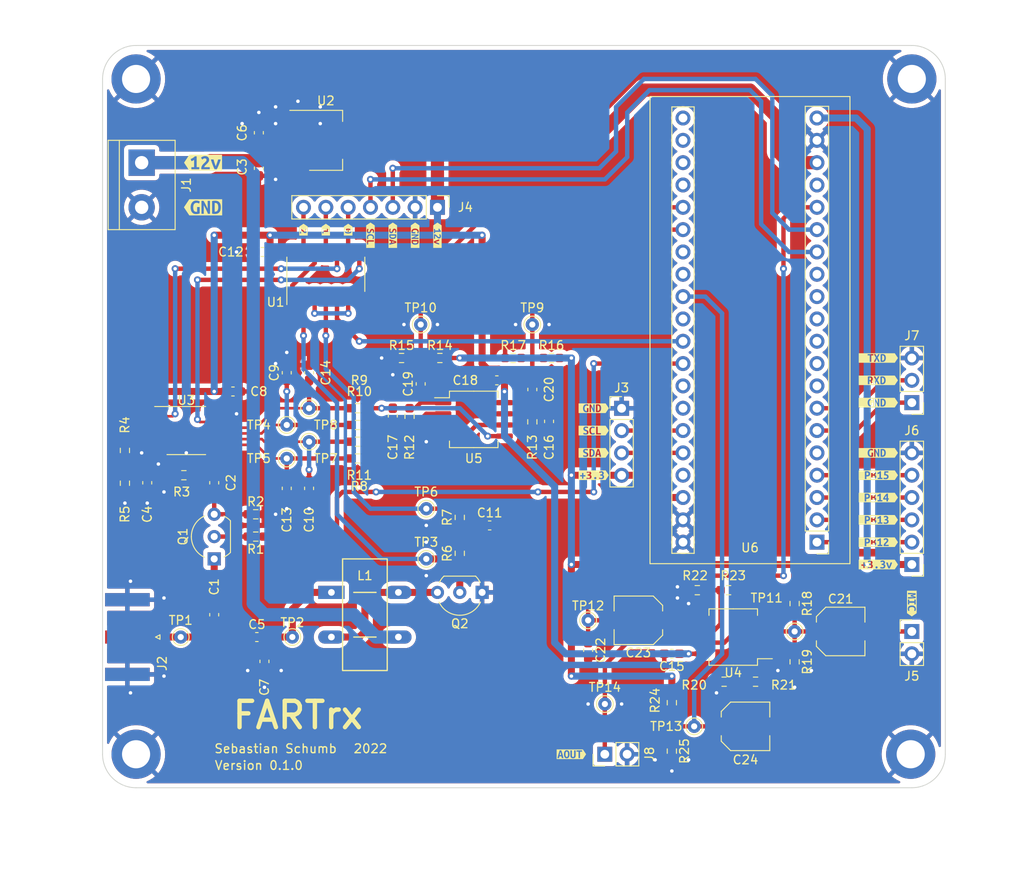
<source format=kicad_pcb>
(kicad_pcb (version 20211014) (generator pcbnew)

  (general
    (thickness 1.6)
  )

  (paper "A4")
  (title_block
    (comment 4 "AISLER Project ID: TRKRFPJH")
  )

  (layers
    (0 "F.Cu" signal)
    (31 "B.Cu" signal)
    (32 "B.Adhes" user "B.Adhesive")
    (33 "F.Adhes" user "F.Adhesive")
    (34 "B.Paste" user)
    (35 "F.Paste" user)
    (36 "B.SilkS" user "B.Silkscreen")
    (37 "F.SilkS" user "F.Silkscreen")
    (38 "B.Mask" user)
    (39 "F.Mask" user)
    (40 "Dwgs.User" user "User.Drawings")
    (41 "Cmts.User" user "User.Comments")
    (42 "Eco1.User" user "User.Eco1")
    (43 "Eco2.User" user "User.Eco2")
    (44 "Edge.Cuts" user)
    (45 "Margin" user)
    (46 "B.CrtYd" user "B.Courtyard")
    (47 "F.CrtYd" user "F.Courtyard")
    (48 "B.Fab" user)
    (49 "F.Fab" user)
    (50 "User.1" user)
    (51 "User.2" user)
    (52 "User.3" user)
    (53 "User.4" user)
    (54 "User.5" user)
    (55 "User.6" user)
    (56 "User.7" user)
    (57 "User.8" user)
    (58 "User.9" user)
  )

  (setup
    (stackup
      (layer "F.SilkS" (type "Top Silk Screen"))
      (layer "F.Paste" (type "Top Solder Paste"))
      (layer "F.Mask" (type "Top Solder Mask") (thickness 0.01))
      (layer "F.Cu" (type "copper") (thickness 0.035))
      (layer "dielectric 1" (type "core") (thickness 1.51) (material "FR4") (epsilon_r 4.5) (loss_tangent 0.02))
      (layer "B.Cu" (type "copper") (thickness 0.035))
      (layer "B.Mask" (type "Bottom Solder Mask") (thickness 0.01))
      (layer "B.Paste" (type "Bottom Solder Paste"))
      (layer "B.SilkS" (type "Bottom Silk Screen"))
      (copper_finish "None")
      (dielectric_constraints no)
    )
    (pad_to_mask_clearance 0)
    (pcbplotparams
      (layerselection 0x00010fc_ffffffff)
      (disableapertmacros false)
      (usegerberextensions false)
      (usegerberattributes true)
      (usegerberadvancedattributes true)
      (creategerberjobfile true)
      (svguseinch false)
      (svgprecision 6)
      (excludeedgelayer true)
      (plotframeref false)
      (viasonmask false)
      (mode 1)
      (useauxorigin false)
      (hpglpennumber 1)
      (hpglpenspeed 20)
      (hpglpendiameter 15.000000)
      (dxfpolygonmode true)
      (dxfimperialunits true)
      (dxfusepcbnewfont true)
      (psnegative false)
      (psa4output false)
      (plotreference true)
      (plotvalue true)
      (plotinvisibletext false)
      (sketchpadsonfab false)
      (subtractmaskfromsilk false)
      (outputformat 1)
      (mirror false)
      (drillshape 1)
      (scaleselection 1)
      (outputdirectory "")
    )
  )

  (net 0 "")
  (net 1 "Net-(C1-Pad2)")
  (net 2 "Net-(Q1-Pad2)")
  (net 3 "Net-(C2-Pad1)")
  (net 4 "GND")
  (net 5 "Net-(Q2-Pad2)")
  (net 6 "Net-(L1-Pad2)")
  (net 7 "RF")
  (net 8 "Net-(C5-Pad2)")
  (net 9 "Net-(C9-Pad1)")
  (net 10 "Net-(C13-Pad1)")
  (net 11 "Net-(R7-Pad2)")
  (net 12 "Net-(C10-Pad1)")
  (net 13 "Net-(C14-Pad1)")
  (net 14 "ADC_Q")
  (net 15 "ADC_I")
  (net 16 "Net-(C21-Pad1)")
  (net 17 "A_OUT")
  (net 18 "ADC_MIC")
  (net 19 "Net-(J8-Pad1)")
  (net 20 "CLK0")
  (net 21 "Net-(U1-Pad8)")
  (net 22 "CLK1")
  (net 23 "Net-(U1-Pad10)")
  (net 24 "BIAS_PWM")
  (net 25 "+5V")
  (net 26 "+12V")
  (net 27 "unconnected-(U3-Pad3)")
  (net 28 "unconnected-(U3-Pad4)")
  (net 29 "unconnected-(U3-Pad5)")
  (net 30 "unconnected-(U3-Pad6)")
  (net 31 "unconnected-(U3-Pad7)")
  (net 32 "Net-(C2-Pad2)")
  (net 33 "Net-(C24-Pad2)")
  (net 34 "Net-(R20-Pad1)")
  (net 35 "Net-(C23-Pad1)")
  (net 36 "Net-(R22-Pad1)")
  (net 37 "Net-(C17-Pad2)")
  (net 38 "Net-(R11-Pad2)")
  (net 39 "Net-(C17-Pad1)")
  (net 40 "SDA_PLL")
  (net 41 "SCL_PLL")
  (net 42 "RX_EN")
  (net 43 "unconnected-(U6-Pad11)")
  (net 44 "unconnected-(U6-Pad12)")
  (net 45 "SDA_DISP")
  (net 46 "SCL_DISP")
  (net 47 "unconnected-(U6-Pad21)")
  (net 48 "unconnected-(U6-Pad22)")
  (net 49 "unconnected-(U6-Pad30)")
  (net 50 "+3.3V")
  (net 51 "unconnected-(U6-Pad37)")
  (net 52 "Net-(J6-Pad3)")
  (net 53 "Net-(C16-Pad1)")
  (net 54 "Net-(R9-Pad2)")
  (net 55 "Net-(C16-Pad2)")
  (net 56 "Net-(C4-Pad1)")
  (net 57 "Net-(C11-Pad1)")
  (net 58 "Net-(C21-Pad2)")
  (net 59 "CLK2")
  (net 60 "Net-(J6-Pad2)")
  (net 61 "Net-(J6-Pad4)")
  (net 62 "Net-(J6-Pad5)")
  (net 63 "unconnected-(U6-Pad5)")
  (net 64 "unconnected-(U6-Pad34)")
  (net 65 "unconnected-(U6-Pad33)")
  (net 66 "unconnected-(U6-Pad8)")
  (net 67 "unconnected-(U6-Pad13)")
  (net 68 "unconnected-(U6-Pad9)")
  (net 69 "unconnected-(U6-Pad10)")
  (net 70 "unconnected-(U6-Pad28)")
  (net 71 "unconnected-(U6-Pad27)")
  (net 72 "unconnected-(U6-Pad24)")
  (net 73 "unconnected-(U6-Pad17)")
  (net 74 "unconnected-(U6-Pad23)")
  (net 75 "Net-(U1-Pad1)")
  (net 76 "Net-(U1-Pad3)")
  (net 77 "Net-(J7-Pad1)")
  (net 78 "Net-(J7-Pad2)")

  (footprint "MountingHole:MountingHole_3.2mm_M3_DIN965_Pad_TopBottom" (layer "F.Cu") (at 54.61 131.445))

  (footprint "Capacitor_SMD:C_0603_1608Metric_Pad1.08x0.95mm_HandSolder" (layer "F.Cu") (at 63.5 115.57 90))

  (footprint "TestPoint:TestPoint_THTPad_D1.5mm_Drill0.7mm" (layer "F.Cu") (at 118.11 128.27))

  (footprint "TestPoint:TestPoint_THTPad_D1.5mm_Drill0.7mm" (layer "F.Cu") (at 129.54 117.475))

  (footprint "Resistor_SMD:R_0603_1608Metric_Pad0.98x0.95mm_HandSolder" (layer "F.Cu") (at 79.815 92.075))

  (footprint "Capacitor_SMD:C_0603_1608Metric_Pad1.08x0.95mm_HandSolder" (layer "F.Cu") (at 69.215 120.8775 -90))

  (footprint "Resistor_SMD:R_0603_1608Metric_Pad0.98x0.95mm_HandSolder" (layer "F.Cu") (at 85.725 92.9875 90))

  (footprint "Resistor_SMD:R_0603_1608Metric_Pad0.98x0.95mm_HandSolder" (layer "F.Cu") (at 101.8775 86.36))

  (footprint "kibuzzard-63972C1C" (layer "F.Cu") (at 139.065 99.695))

  (footprint "Resistor_SMD:R_0603_1608Metric_Pad0.98x0.95mm_HandSolder" (layer "F.Cu") (at 129.54 114.3 -90))

  (footprint "Connector_PinHeader_2.54mm:PinHeader_1x07_P2.54mm_Vertical" (layer "F.Cu") (at 88.9 69.215 -90))

  (footprint "kibuzzard-63972ADE" (layer "F.Cu") (at 104.14 131.445))

  (footprint "kibuzzard-639729AB" (layer "F.Cu") (at 73.66 71.755 -90))

  (footprint "Resistor_SMD:R_0603_1608Metric_Pad0.98x0.95mm_HandSolder" (layer "F.Cu") (at 68.2225 104.14))

  (footprint "Package_SO:SO-8_5.3x6.2mm_P1.27mm" (layer "F.Cu") (at 93.0275 93.345))

  (footprint "Connector_Coaxial:SMA_Amphenol_132289_EdgeMount" (layer "F.Cu") (at 53.6225 118.11 180))

  (footprint "TestPoint:TestPoint_THTPad_D1.5mm_Drill0.7mm" (layer "F.Cu") (at 74.295 95.885))

  (footprint "Capacitor_SMD:C_0603_1608Metric_Pad1.08x0.95mm_HandSolder" (layer "F.Cu") (at 115.57 120.015 180))

  (footprint "MountingHole:MountingHole_3.2mm_M3_DIN965_Pad_TopBottom" (layer "F.Cu") (at 54.61 54.61))

  (footprint "kibuzzard-63972BCB" (layer "F.Cu") (at 139.065 97.155))

  (footprint "TestPoint:TestPoint_THTPad_D1.5mm_Drill0.7mm" (layer "F.Cu") (at 59.69 118.11))

  (footprint "kibuzzard-63972A34" (layer "F.Cu") (at 106.68 99.695))

  (footprint "kibuzzard-63972897" (layer "F.Cu") (at 62.23 64.135))

  (footprint "Capacitor_SMD:C_0603_1608Metric_Pad1.08x0.95mm_HandSolder" (layer "F.Cu") (at 74.295 88.0375 90))

  (footprint "Package_TO_SOT_THT:TO-92_Inline_Wide" (layer "F.Cu") (at 93.98 113.03 180))

  (footprint "Resistor_SMD:R_0603_1608Metric_Pad0.98x0.95mm_HandSolder" (layer "F.Cu") (at 53.34 100.6075 -90))

  (footprint "Capacitor_SMD:C_0603_1608Metric_Pad1.08x0.95mm_HandSolder" (layer "F.Cu") (at 68.58 64.77 -90))

  (footprint "Package_TO_SOT_THT:TO-92_Inline_Wide" (layer "F.Cu") (at 63.5 109.22 90))

  (footprint "Resistor_SMD:R_0603_1608Metric_Pad0.98x0.95mm_HandSolder" (layer "F.Cu") (at 79.815 97.79))

  (footprint "TestPoint:TestPoint_THTPad_D1.5mm_Drill0.7mm" (layer "F.Cu") (at 74.295 92.075))

  (footprint "Connector_PinHeader_2.54mm:PinHeader_1x06_P2.54mm_Vertical" (layer "F.Cu") (at 142.875 109.855 180))

  (footprint "kibuzzard-63972C14" (layer "F.Cu") (at 139.065 102.235))

  (footprint "TestPoint:TestPoint_THTPad_D1.5mm_Drill0.7mm" (layer "F.Cu") (at 87.63 103.505))

  (footprint "Connector_PinHeader_2.54mm:PinHeader_1x03_P2.54mm_Vertical" (layer "F.Cu") (at 142.875 91.44 180))

  (footprint "TestPoint:TestPoint_THTPad_D1.5mm_Drill0.7mm" (layer "F.Cu") (at 107.95 125.73))

  (footprint "kibuzzard-63972A59" (layer "F.Cu") (at 106.68 92.075))

  (footprint "Resistor_SMD:R_0603_1608Metric_Pad0.98x0.95mm_HandSolder" (layer "F.Cu") (at 115.57 131.0875 -90))

  (footprint "Capacitor_SMD:C_0603_1608Metric_Pad1.08x0.95mm_HandSolder" (layer "F.Cu") (at 63.5 100.5575 90))

  (footprint "Capacitor_SMD:C_0603_1608Metric_Pad1.08x0.95mm_HandSolder" (layer "F.Cu") (at 99.695 89.9425 90))

  (footprint "Resistor_SMD:R_0603_1608Metric_Pad0.98x0.95mm_HandSolder" (layer "F.Cu") (at 84.8125 86.36))

  (footprint "Resistor_SMD:R_0603_1608Metric_Pad0.98x0.95mm_HandSolder" (layer "F.Cu") (at 121.5155 123.19 180))

  (footprint "TestPoint:TestPoint_THTPad_D1.5mm_Drill0.7mm" (layer "F.Cu") (at 72.39 118.11))

  (footprint "TestPoint:TestPoint_THTPad_D1.5mm_Drill0.7mm" (layer "F.Cu") (at 86.995 82.55))

  (footprint "Resistor_SMD:R_0603_1608Metric_Pad0.98x0.95mm_HandSolder" (layer "F.Cu") (at 79.815 93.98))

  (footprint "Capacitor_SMD:C_0603_1608Metric_Pad1.08x0.95mm_HandSolder" (layer "F.Cu") (at 106.045 119.6075 -90))

  (footprint "Resistor_SMD:R_0603_1608Metric_Pad0.98x0.95mm_HandSolder" (layer "F.Cu") (at 122.0235 112.776 180))

  (footprint "kibuzzard-63972C01" (layer "F.Cu") (at 139.065 107.315))

  (footprint "kibuzzard-63972C0D" (layer "F.Cu") (at 139.065 104.775))

  (footprint "Capacitor_SMD:C_0603_1608Metric_Pad1.08x0.95mm_HandSolder" (layer "F.Cu") (at 94.8425 105.41))

  (footprint "Capacitor_SMD:C_0603_1608Metric_Pad1.08x0.95mm_HandSolder" (layer "F.Cu") (at 71.755 101.1925 -90))

  (footprint "TestPoint:TestPoint_THTPad_D1.5mm_Drill0.7mm" (layer "F.Cu") (at 99.695 82.55))

  (footprint "Package_SO:SO-8_5.3x6.2mm_P1.27mm" (layer "F.Cu") (at 122.555 118.11 180))

  (footprint "MountingHole:MountingHole_3.2mm_M3_DIN965_Pad_TopBottom" (layer "F.Cu") (at 142.748 131.445))

  (footprint "Package_SO:TSSOP-16_4.4x5mm_P0.65mm" (layer "F.Cu") (at 60.325 94.615))

  (footprint "Connector_PinHeader_2.54mm:PinHeader_1x02_P2.54mm_Vertical" (layer "F.Cu") (at 107.94 131.445 90))

  (footprint "kibuzzard-63972E7D" (layer "F.Cu") (at 139.065 91.44))

  (footprint "Resistor_SMD:R_0603_1608Metric_Pad0.98x0.95mm_HandSolder" (layer "F.Cu") (at 97.5125 86.36))

  (footprint "Capacitor_SMD:C_0603_1608Metric_Pad1.08x0.95mm_HandSolder" (layer "F.Cu") (at 68.58 60.7325 90))

  (footprint "Resistor_SMD:R_0603_1608Metric_Pad0.98x0.95mm_HandSolder" (layer "F.Cu") (at 125.095 123.19 180))

  (footprint "Capacitor_SMD:C_Elec_5x5.8" (layer "F.Cu")
    (tedit 5BC8D926) (tstamp 90d29924-27cf-4bdc-aa2c-cfb0163709be)
    (at 134.7775 117.475)
    (descr "SMD capacitor, aluminum electrolytic nonpolar, 5.0x5.8mm")
    (tags "capacitor electrolyic nonpolar")
    (property "Sheetfile" "fartrx.kicad_sch")
    (property "Sheetname" "")
    (path "/f8daa350-01af-4818-9687-b1a76402565c")
    (attr smd)
    (fp_text reference "C21" (at 0 -3.7) (layer "F.SilkS")
      (effects (font (size 1 1) (thicknes
... [1139401 chars truncated]
</source>
